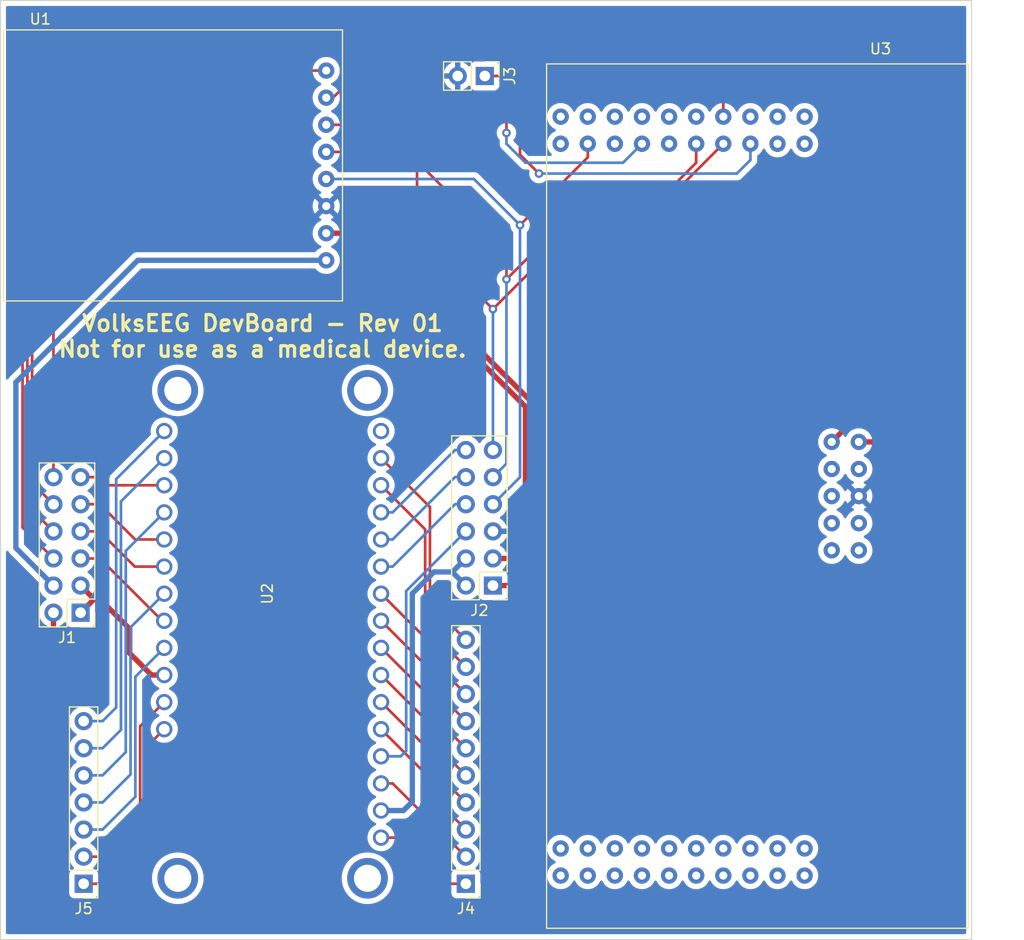
<source format=kicad_pcb>
(kicad_pcb (version 20211014) (generator pcbnew)
  (layers (0 "F.Cu" signal) (31 "B.Cu" signal) (34 "B.Paste" user) (35 "F.Paste" user) (36 "B.SilkS" user "B.Silkscreen") (37 "F.SilkS" user "F.Silkscreen") (38 "B.Mask" user) (39 "F.Mask" user) (44 "Edge.Cuts" user))
  (net 0 "")
  (net 1 "/5V_nrf")
  (net 2 "/~{ADS_DRDY_nrf}")
  (net 3 "/~{ADS_CS_nrf}")
  (net 4 "/~{CARD_CS_nrf}")
  (net 5 "/~{CARD_CD_nrf}")
  (net 6 "/3V3_nrf")
  (net 7 "/GND_nrf")
  (net 8 "/MOSI_nrf")
  (net 9 "/MISO_nrf")
  (net 10 "/SCK_nrf")
  (net 11 "/5V_sdc")
  (net 12 "/5V_ads")
  (net 13 "/~{DRDY_ads}")
  (net 14 "/~{CS_ads}")
  (net 15 "/~{CS_sdc}")
  (net 16 "/~{CD_sdc}")
  (net 17 "/3V3_sdc")
  (net 18 "/3V3_ads")
  (net 19 "/GND")
  (net 20 "/MOSI")
  (net 21 "/MISO")
  (net 22 "/SCK")
  (net 23 "Net-(J3-Pad1)")
  (net 24 "/RST_nrf")
  (net 25 "/AREF_nrf")
  (net 26 "/A0_nrf")
  (net 27 "/A1_nrf")
  (net 28 "/A2_nrf")
  (net 29 "/A3_nrf")
  (net 30 "/A4_nrf")
  (net 31 "/A5_nrf")
  (net 32 "/RX_nrf")
  (net 33 "/TX_nrf")
  (net 34 "/BAT_nrf")
  (net 35 "/EN_nrf")
  (net 36 "/GPIO13_nrf")
  (net 37 "/GPIO11_nrf")
  (net 39 "/GPIO6_nrf")
  (net 40 "/SCL_nrf")
  (net 41 "/SDA_nrf")
  (footprint "Connector_PinHeader_2.54mm:PinHeader_1x02_P2.54mm_Vertical" (layer "F.Cu") (at 182.885 68.072 -90)
    (fp_text reference "J3" (at 0 -2.33 90) (layer "F.SilkS"))
    (fp_text value "Conn_02x01")
    (fp_line (start -1.33 1.27) (end 1.33 1.27) (layer "F.SilkS") (width 0.12))
    (fp_line (start -1.33 -1.33) (end 0 -1.33) (layer "F.SilkS") (width 0.12))
    (fp_line (start 1.33 1.27) (end 1.33 3.87) (layer "F.SilkS") (width 0.12))
    (fp_line (start -1.33 0) (end -1.33 -1.33) (layer "F.SilkS") (width 0.12))
    (fp_line (start -1.33 3.87) (end 1.33 3.87) (layer "F.SilkS") (width 0.12))
    (fp_line (start -1.33 1.27) (end -1.33 3.87) (layer "F.SilkS") (width 0.12))
    (pad "1" thru_hole rect (at 0 0 270) (size 1.7 1.7) (drill 1) (layers *.Cu *.Mask) (net 23 "Net-(J3-Pad1)"))
    (pad "2" thru_hole oval (at 0 2.54 270) (size 1.7 1.7) (drill 1) (layers *.Cu *.Mask) (net 19 "/GND"))
  )
  (footprint "Connector_PinHeader_2.54mm:PinHeader_1x10_P2.54mm_Vertical" (layer "F.Cu") (at 181.107 143.769 180)
    (fp_text reference "J4" (at 0 -2.33) (layer "F.SilkS"))
    (fp_text value "Conn_01x10" hide)
    (fp_line (start -1.33 24.19) (end 1.33 24.19) (layer "F.SilkS") (width 0.12))
    (fp_line (start -1.33 1.27) (end -1.33 24.19) (layer "F.SilkS") (width 0.12))
    (fp_line (start -1.33 1.27) (end 1.33 1.27) (layer "F.SilkS") (width 0.12))
    (fp_line (start 1.33 1.27) (end 1.33 24.19) (layer "F.SilkS") (width 0.12))
    (fp_line (start -1.33 -1.33) (end 0 -1.33) (layer "F.SilkS") (width 0.12))
    (fp_line (start -1.33 0) (end -1.33 -1.33) (layer "F.SilkS") (width 0.12))
    (pad "1" thru_hole rect (at 0 0 180) (size 1.7 1.7) (drill 1) (layers *.Cu *.Mask) (net 24 "/RST_nrf"))
    (pad "2" thru_hole oval (at 0 2.54 180) (size 1.7 1.7) (drill 1) (layers *.Cu *.Mask) (net 25 "/AREF_nrf"))
    (pad "3" thru_hole oval (at 0 5.08 180) (size 1.7 1.7) (drill 1) (layers *.Cu *.Mask) (net 26 "/A0_nrf"))
    (pad "4" thru_hole oval (at 0 7.62 180) (size 1.7 1.7) (drill 1) (layers *.Cu *.Mask) (net 27 "/A1_nrf"))
    (pad "5" thru_hole oval (at 0 10.16 180) (size 1.7 1.7) (drill 1) (layers *.Cu *.Mask) (net 28 "/A2_nrf"))
    (pad "6" thru_hole oval (at 0 12.7 180) (size 1.7 1.7) (drill 1) (layers *.Cu *.Mask) (net 29 "/A3_nrf"))
    (pad "7" thru_hole oval (at 0 15.24 180) (size 1.7 1.7) (drill 1) (layers *.Cu *.Mask) (net 30 "/A4_nrf"))
    (pad "8" thru_hole oval (at 0 17.78 180) (size 1.7 1.7) (drill 1) (layers *.Cu *.Mask) (net 31 "/A5_nrf"))
    (pad "9" thru_hole oval (at 0 20.32 180) (size 1.7 1.7) (drill 1) (layers *.Cu *.Mask) (net 32 "/RX_nrf"))
    (pad "10" thru_hole oval (at 0 22.86 180) (size 1.7 1.7) (drill 1) (layers *.Cu *.Mask) (net 33 "/TX_nrf"))
  )
  (footprint "VolksEEG:nRF52840_Feather_Sense" (layer "F.Cu") (at 163 116.586 90)
    (fp_text reference "U2" (at 0 -0.5 90 unlocked) (layer "F.SilkS"))
    (fp_text value "nRF52840-Feather-Sense")
    (pad "1" thru_hole circle (at -22.86 10.16 90) (size 1.524 1.524) (drill 1.016) (layers *.Cu *.Mask) (net 24 "/RST_nrf"))
    (pad "2" thru_hole circle (at -20.32 10.16 90) (size 1.524 1.524) (drill 1.016) (layers *.Cu *.Mask) (net 6 "/3V3_nrf"))
    (pad "3" thru_hole circle (at -17.78 10.16 90) (size 1.524 1.524) (drill 1.016) (layers *.Cu *.Mask) (net 25 "/AREF_nrf"))
    (pad "4" thru_hole circle (at -15.24 10.16 90) (size 1.524 1.524) (drill 1.016) (layers *.Cu *.Mask) (net 7 "/GND_nrf"))
    (pad "5" thru_hole circle (at -12.7 10.16 90) (size 1.524 1.524) (drill 1.016) (layers *.Cu *.Mask) (net 26 "/A0_nrf"))
    (pad "6" thru_hole circle (at -10.16 10.16 90) (size 1.524 1.524) (drill 1.016) (layers *.Cu *.Mask) (net 27 "/A1_nrf"))
    (pad "7" thru_hole circle (at -7.62 10.16 90) (size 1.524 1.524) (drill 1.016) (layers *.Cu *.Mask) (net 28 "/A2_nrf"))
    (pad "8" thru_hole circle (at -5.08 10.16 90) (size 1.524 1.524) (drill 1.016) (layers *.Cu *.Mask) (net 29 "/A3_nrf"))
    (pad "9" thru_hole circle (at -2.54 10.16 90) (size 1.524 1.524) (drill 1.016) (layers *.Cu *.Mask) (net 30 "/A4_nrf"))
    (pad "10" thru_hole circle (at 0 10.16 90) (size 1.524 1.524) (drill 1.016) (layers *.Cu *.Mask) (net 31 "/A5_nrf"))
    (pad "11" thru_hole circle (at 2.54 10.16 90) (size 1.524 1.524) (drill 1.016) (layers *.Cu *.Mask) (net 10 "/SCK_nrf"))
    (pad "12" thru_hole circle (at 5.08 10.16 90) (size 1.524 1.524) (drill 1.016) (layers *.Cu *.Mask) (net 8 "/MOSI_nrf"))
    (pad "13" thru_hole circle (at 7.62 10.16 90) (size 1.524 1.524) (drill 1.016) (layers *.Cu *.Mask) (net 9 "/MISO_nrf"))
    (pad "14" thru_hole circle (at 10.16 10.16 90) (size 1.524 1.524) (drill 1.016) (layers *.Cu *.Mask) (net 32 "/RX_nrf"))
    (pad "15" thru_hole circle (at 12.7 10.16 90) (size 1.524 1.524) (drill 1.016) (layers *.Cu *.Mask) (net 33 "/TX_nrf"))
    (pad "16" thru_hole circle (at 15.24 10.16 90) (size 1.524 1.524) (drill 1.016) (layers *.Cu *.Mask))
    (pad "17" thru_hole circle (at 15.24 -10.16 90) (size 1.524 1.524) (drill 1.016) (layers *.Cu *.Mask) (net 41 "/SDA_nrf"))
    (pad "18" thru_hole circle (at 12.7 -10.16 90) (size 1.524 1.524) (drill 1.016) (layers *.Cu *.Mask) (net 40 "/SCL_nrf"))
    (pad "19" thru_hole circle (at 10.16 -10.16 90) (size 1.524 1.524) (drill 1.016) (layers *.Cu *.Mask) (net 5 "/~{CARD_CD_nrf}"))
    (pad "20" thru_hole circle (at 7.62 -10.16 90) (size 1.524 1.524) (drill 1.016) (layers *.Cu *.Mask) (net 39 "/GPIO6_nrf"))
    (pad "21" thru_hole circle (at 5.08 -10.16 90) (size 1.524 1.524) (drill 1.016) (layers *.Cu *.Mask) (net 4 "/~{CARD_CS_nrf}"))
    (pad "22" thru_hole circle (at 2.54 -10.16 90) (size 1.524 1.524) (drill 1.016) (layers *.Cu *.Mask) (net 3 "/~{ADS_CS_nrf}"))
    (pad "23" thru_hole circle (at 0 -10.16 90) (size 1.524 1.524) (drill 1.016) (layers *.Cu *.Mask) (net 37 "/GPIO11_nrf"))
    (pad "24" thru_hole circle (at -2.54 -10.16 90) (size 1.524 1.524) (drill 1.016) (layers *.Cu *.Mask) (net 2 "/~{ADS_DRDY_nrf}"))
    (pad "25" thru_hole circle (at -5.08 -10.16 90) (size 1.524 1.524) (drill 1.016) (layers *.Cu *.Mask) (net 36 "/GPIO13_nrf"))
    (pad "26" thru_hole circle (at -7.62 -10.16 90) (size 1.524 1.524) (drill 1.016) (layers *.Cu *.Mask) (net 1 "/5V_nrf"))
    (pad "27" thru_hole circle (at -10.16 -10.16 90) (size 1.524 1.524) (drill 1.016) (layers *.Cu *.Mask) (net 35 "/EN_nrf"))
    (pad "28" thru_hole circle (at -12.7 -10.16 90) (size 1.524 1.524) (drill 1.016) (layers *.Cu *.Mask) (net 34 "/BAT_nrf"))
    (pad "M1" thru_hole circle (at -26.67 8.89 90) (size 3.81 3.81) (drill 2.54) (layers *.Cu *.Mask))
    (pad "M2" thru_hole circle (at 19.05 8.89 90) (size 3.81 3.81) (drill 2.54) (layers *.Cu *.Mask))
    (pad "M3" thru_hole circle (at 19.05 -8.89 90) (size 3.81 3.81) (drill 2.54) (layers *.Cu *.Mask))
    (pad "M4" thru_hole circle (at -26.67 -8.89 90) (size 3.81 3.81) (drill 2.54) (layers *.Cu *.Mask))
  )
  (footprint "Connector_PinHeader_2.54mm:PinHeader_2x06_P2.54mm_Vertical" (layer "F.Cu") (at 145 118.364 180)
    (fp_text reference "J1" (at 1.27 -2.33) (layer "F.SilkS"))
    (fp_text value "Conn_02x06_Odd_Even" hide)
    (fp_line (start -1.33 1.27) (end 1.27 1.27) (layer "F.SilkS") (width 0.12))
    (fp_line (start 1.27 1.27) (end 1.27 -1.33) (layer "F.SilkS") (width 0.12))
    (fp_line (start -1.33 0) (end -1.33 -1.33) (layer "F.SilkS") (width 0.12))
    (fp_line (start -1.33 1.27) (end -1.33 14.03) (layer "F.SilkS") (width 0.12))
    (fp_line (start 3.87 -1.33) (end 3.87 14.03) (layer "F.SilkS") (width 0.12))
    (fp_line (start -1.33 -1.33) (end 0 -1.33) (layer "F.SilkS") (width 0.12))
    (fp_line (start 1.27 -1.33) (end 3.87 -1.33) (layer "F.SilkS") (width 0.12))
    (fp_line (start -1.33 14.03) (end 3.87 14.03) (layer "F.SilkS") (width 0.12))
    (pad "1" thru_hole rect (at 0 0 180) (size 1.7 1.7) (drill 1) (layers *.Cu *.Mask) (net 1 "/5V_nrf"))
    (pad "2" thru_hole oval (at 2.54 0 180) (size 1.7 1.7) (drill 1) (layers *.Cu *.Mask) (net 12 "/5V_ads"))
    (pad "3" thru_hole oval (at 0 2.54 180) (size 1.7 1.7) (drill 1) (layers *.Cu *.Mask) (net 1 "/5V_nrf"))
    (pad "4" thru_hole oval (at 2.54 2.54 180) (size 1.7 1.7) (drill 1) (layers *.Cu *.Mask) (net 11 "/5V_sdc"))
    (pad "5" thru_hole oval (at 0 5.08 180) (size 1.7 1.7) (drill 1) (layers *.Cu *.Mask) (net 2 "/~{ADS_DRDY_nrf}"))
    (pad "6" thru_hole oval (at 2.54 5.08 180) (size 1.7 1.7) (drill 1) (layers *.Cu *.Mask) (net 13 "/~{DRDY_ads}"))
    (pad "7" thru_hole oval (at 0 7.62 180) (size 1.7 1.7) (drill 1) (layers *.Cu *.Mask) (net 3 "/~{ADS_CS_nrf}"))
    (pad "8" thru_hole oval (at 2.54 7.62 180) (size 1.7 1.7) (drill 1) (layers *.Cu *.Mask) (net 14 "/~{CS_ads}"))
    (pad "9" thru_hole oval (at 0 10.16 180) (size 1.7 1.7) (drill 1) (layers *.Cu *.Mask) (net 4 "/~{CARD_CS_nrf}"))
    (pad "10" thru_hole oval (at 2.54 10.16 180) (size 1.7 1.7) (drill 1) (layers *.Cu *.Mask) (net 15 "/~{CS_sdc}"))
    (pad "11" thru_hole oval (at 0 12.7 180) (size 1.7 1.7) (drill 1) (layers *.Cu *.Mask) (net 5 "/~{CARD_CD_nrf}"))
    (pad "12" thru_hole oval (at 2.54 12.7 180) (size 1.7 1.7) (drill 1) (layers *.Cu *.Mask) (net 16 "/~{CD_sdc}"))
  )
  (footprint "Connector_PinHeader_2.54mm:PinHeader_1x07_P2.54mm_Vertical" (layer "F.Cu") (at 145.288 143.769 180)
    (fp_text reference "J5" (at 0 -2.33) (layer "F.SilkS"))
    (fp_text value "Conn_01x07" hide)
    (fp_line (start -1.33 1.27) (end -1.33 16.57) (layer "F.SilkS") (width 0.12))
    (fp_line (start -1.33 0) (end -1.33 -1.33) (layer "F.SilkS") (width 0.12))
    (fp_line (start -1.33 -1.33) (end 0 -1.33) (layer "F.SilkS") (width 0.12))
    (fp_line (start -1.33 1.27) (end 1.33 1.27) (layer "F.SilkS") (width 0.12))
    (fp_line (start -1.33 16.57) (end 1.33 16.57) (layer "F.SilkS") (width 0.12))
    (fp_line (start 1.33 1.27) (end 1.33 16.57) (layer "F.SilkS") (width 0.12))
    (pad "1" thru_hole rect (at 0 0 180) (size 1.7 1.7) (drill 1) (layers *.Cu *.Mask) (net 34 "/BAT_nrf"))
    (pad "2" thru_hole oval (at 0 2.54 180) (size 1.7 1.7) (drill 1) (layers *.Cu *.Mask) (net 35 "/EN_nrf"))
    (pad "3" thru_hole oval (at 0 5.08 180) (size 1.7 1.7) (drill 1) (layers *.Cu *.Mask) (net 36 "/GPIO13_nrf"))
    (pad "4" thru_hole oval (at 0 7.62 180) (size 1.7 1.7) (drill 1) (layers *.Cu *.Mask) (net 37 "/GPIO11_nrf"))
    (pad "5" thru_hole oval (at 0 10.16 180) (size 1.7 1.7) (drill 1) (layers *.Cu *.Mask) (net 39 "/GPIO6_nrf"))
    (pad "6" thru_hole oval (at 0 12.7 180) (size 1.7 1.7) (drill 1) (layers *.Cu *.Mask) (net 40 "/SCL_nrf"))
    (pad "7" thru_hole oval (at 0 15.24 180) (size 1.7 1.7) (drill 1) (layers *.Cu *.Mask) (net 41 "/SDA_nrf"))
  )
  (footprint "VolksEEG:ADS1299EEGFE-PDK" (layer "F.Cu") (at 233.172 107.442 -90)
    (fp_text reference "U3" (at -41.91 13.208 unlocked) (layer "F.SilkS"))
    (fp_text value "ADS1299EEGFE-PDK")
    (fp_line (start 40.5 44.5) (end 40.5 5) (layer "F.SilkS") (width 0.12))
    (fp_line (start 40.5 44.5) (end -40.5 44.5) (layer "F.SilkS") (width 0.12))
    (fp_line (start -40.5 5) (end 40.5 5) (layer "F.SilkS") (width 0.12))
    (fp_line (start -40.5 44.5) (end -40.5 5) (layer "F.SilkS") (width 0.12))
    (pad "2" thru_hole circle (at -5.08 15.24 270) (size 1.524 1.524) (drill 0.762) (layers *.Cu *.Mask) (net 18 "/3V3_ads"))
    (pad "3" thru_hole circle (at -2.54 15.24 270) (size 1.524 1.524) (drill 0.762) (layers *.Cu *.Mask))
    (pad "4" thru_hole circle (at 0 15.24 270) (size 1.524 1.524) (drill 0.762) (layers *.Cu *.Mask) (net 19 "/GND"))
    (pad "5" thru_hole circle (at 2.54 15.24 270) (size 1.524 1.524) (drill 0.762) (layers *.Cu *.Mask))
    (pad "6" thru_hole circle (at 5.08 15.24 270) (size 1.524 1.524) (drill 0.762) (layers *.Cu *.Mask))
    (pad "7" thru_hole circle (at 5.08 17.78 270) (size 1.524 1.524) (drill 0.762) (layers *.Cu *.Mask))
    (pad "8" thru_hole circle (at 2.54 17.78 270) (size 1.524 1.524) (drill 0.762) (layers *.Cu *.Mask))
    (pad "9" thru_hole circle (at 0 17.78 270) (size 1.524 1.524) (drill 0.762) (layers *.Cu *.Mask))
    (pad "10" thru_hole circle (at -2.54 17.78 270) (size 1.524 1.524) (drill 0.762) (layers *.Cu *.Mask))
    (pad "11" thru_hole circle (at -5.08 17.78 270) (size 1.524 1.524) (drill 0.762) (layers *.Cu *.Mask) (net 12 "/5V_ads"))
    (pad "12" thru_hole circle (at -35.56 43.18 270) (size 1.524 1.524) (drill 0.762) (layers *.Cu *.Mask))
    (pad "13" thru_hole circle (at -35.56 40.64 270) (size 1.524 1.524) (drill 0.762) (layers *.Cu *.Mask))
    (pad "14" thru_hole circle (at -35.56 38.1 270) (size 1.524 1.524) (drill 0.762) (layers *.Cu *.Mask))
    (pad "15" thru_hole circle (at -35.56 35.56 270) (size 1.524 1.524) (drill 0.762) (layers *.Cu *.Mask))
    (pad "16" thru_hole circle (at -35.56 33.02 270) (size 1.524 1.524) (drill 0.762) (layers *.Cu *.Mask))
    (pad "17" thru_hole circle (at -35.56 30.48 270) (size 1.524 1.524) (drill 0.762) (layers *.Cu *.Mask))
    (pad "18" thru_hole circle (at -35.56 27.94 270) (size 1.524 1.524) (drill 0.762) (layers *.Cu *.Mask) (net 23 "Net-(J3-Pad1)"))
    (pad "19" thru_hole circle (at -35.56 25.4 270) (size 1.524 1.524) (drill 0.762) (layers *.Cu *.Mask))
    (pad "20" thru_hole circle (at -35.56 22.86 270) (size 1.524 1.524) (drill 0.762) (layers *.Cu *.Mask))
    (pad "21" thru_hole circle (at -35.56 20.32 270) (size 1.524 1.524) (drill 0.762) (layers *.Cu *.Mask))
    (pad "22" thru_hole circle (at -33.02 20.32 270) (size 1.524 1.524) (drill 0.762) (layers *.Cu *.Mask))
    (pad "23" thru_hole circle (at -33.02 22.86 270) (size 1.524 1.524) (drill 0.762) (layers *.Cu *.Mask))
    (pad "24" thru_hole circle (at -33.02 25.4 270) (size 1.524 1.524) (drill 0.762) (layers *.Cu *.Mask) (net 13 "/~{DRDY_ads}"))
    (pad "25" thru_hole circle (at -33.02 27.94 270) (size 1.524 1.524) (drill 0.762) (layers *.Cu *.Mask) (net 21 "/MISO"))
    (pad "26" thru_hole circle (at -33.02 30.48 270) (size 1.524 1.524) (drill 0.762) (layers *.Cu *.Mask) (net 20 "/MOSI"))
    (pad "27" thru_hole circle (at -33.02 33.02 270) (size 1.524 1.524) (drill 0.762) (layers *.Cu *.Mask))
    (pad "28" thru_hole circle (at -33.02 35.56 270) (size 1.524 1.524) (drill 0.762) (layers *.Cu *.Mask) (net 14 "/~{CS_ads}"))
    (pad "29" thru_hole circle (at -33.02 38.1 270) (size 1.524 1.524) (drill 0.762) (layers *.Cu *.Mask))
    (pad "30" thru_hole circle (at -33.02 40.64 270) (size 1.524 1.524) (drill 0.762) (layers *.Cu *.Mask) (net 22 "/SCK"))
    (pad "31" thru_hole circle (at -33.02 43.18 270) (size 1.524 1.524) (drill 0.762) (layers *.Cu *.Mask))
    (pad "32" thru_hole circle (at 33.02 43.18 270) (size 1.524 1.524) (drill 0.762) (layers *.Cu *.Mask))
    (pad "33" thru_hole circle (at 33.02 40.64 270) (size 1.524 1.524) (drill 0.762) (layers *.Cu *.Mask))
    (pad "34" thru_hole circle (at 33.02 38.1 270) (size 1.524 1.524) (drill 0.762) (layers *.Cu *.Mask))
    (pad "35" thru_hole circle (at 33.02 35.56 270) (size 1.524 1.524) (drill 0.762) (layers *.Cu *.Mask))
    (pad "36" thru_hole circle (at 33.02 33.02 270) (size 1.524 1.524) (drill 0.762) (layers *.Cu *.Mask))
    (pad "37" thru_hole circle (at 33.02 30.48 270) (size 1.524 1.524) (drill 0.762) (layers *.Cu *.Mask))
    (pad "38" thru_hole circle (at 33.02 27.94 270) (size 1.524 1.524) (drill 0.762) (layers *.Cu *.Mask))
    (pad "39" thru_hole circle (at 33.02 25.4 270) (size 1.524 1.524) (drill 0.762) (layers *.Cu *.Mask))
    (pad "40" thru_hole circle (at 33.02 22.86 270) (size 1.524 1.524) (drill 0.762) (layers *.Cu *.Mask))
    (pad "41" thru_hole circle (at 33.02 20.32 270) (size 1.524 1.524) (drill 0.762) (layers *.Cu *.Mask))
    (pad "42" thru_hole circle (at 35.56 20.32 270) (size 1.524 1.524) (drill 0.762) (layers *.Cu *.Mask))
    (pad "43" thru_hole circle (at 35.56 22.86 270) (size 1.524 1.524) (drill 0.762) (layers *.Cu *.Mask))
    (pad "44" thru_hole circle (at 35.56 25.4 270) (size 1.524 1.524) (drill 0.762) (layers *.Cu *.Mask))
    (pad "45" thru_hole circle (at 35.56 27.94 270) (size 1.524 1.524) (drill 0.762) (layers *.Cu *.Mask))
    (pad "46" thru_hole circle (at 35.56 30.48 270) (size 1.524 1.524) (drill 0.762) (layers *.Cu *.Mask))
    (pad "47" thru_hole circle (at 35.56 33.02 270) (size 1.524 1.524) (drill 0.762) (layers *.Cu *.Mask))
    (pad "48" thru_hole circle (at 35.56 35.56 270) (size 1.524 1.524) (drill 0.762) (layers *.Cu *.Mask))
    (pad "51" thru_hole circle (at 35.56 38.1 270) (size 1.524 1.524) (drill 0.762) (layers *.Cu *.Mask))
    (pad "52" thru_hole circle (at 35.56 40.64 270) (size 1.524 1.524) (drill 0.762) (layers *.Cu *.Mask))
    (pad "53" thru_hole circle (at 35.56 43.18 270) (size 1.524 1.524) (drill 0.762) (layers *.Cu *.Mask))
  )
  (footprint "VolksEEG:Adafruit_SD_Breakout" (layer "F.Cu") (at 153.67 76.454)
    (fp_text reference "U1" (at -12.446 -13.716 unlocked) (layer "F.SilkS"))
    (fp_text value "Adafruit_SD_Breakout")
    (fp_line (start 15.875 12.7) (end 15.875 -12.7) (layer "F.SilkS") (width 0.12))
    (fp_line (start -15.875 12.7) (end 15.875 12.7) (layer "F.SilkS") (width 0.12))
    (fp_line (start -15.875 -12.7) (end -15.875 12.7) (layer "F.SilkS") (width 0.12))
    (fp_line (start 15.875 -12.7) (end -15.875 -12.7) (layer "F.SilkS") (width 0.12))
    (pad "1" thru_hole circle (at 14.351 8.89) (size 1.524 1.524) (drill 0.762) (layers *.Cu *.Mask) (net 11 "/5V_sdc"))
    (pad "2" thru_hole circle (at 14.351 6.35) (size 1.524 1.524) (drill 0.762) (layers *.Cu *.Mask) (net 17 "/3V3_sdc"))
    (pad "3" thru_hole circle (at 14.351 3.81) (size 1.524 1.524) (drill 0.762) (layers *.Cu *.Mask) (net 19 "/GND"))
    (pad "4" thru_hole circle (at 14.351 1.27) (size 1.524 1.524) (drill 0.762) (layers *.Cu *.Mask) (net 22 "/SCK"))
    (pad "5" thru_hole circle (at 14.351 -1.27) (size 1.524 1.524) (drill 0.762) (layers *.Cu *.Mask) (net 21 "/MISO"))
    (pad "6" thru_hole circle (at 14.351 -3.81) (size 1.524 1.524) (drill 0.762) (layers *.Cu *.Mask) (net 20 "/MOSI"))
    (pad "7" thru_hole circle (at 14.351 -6.35) (size 1.524 1.524) (drill 0.762) (layers *.Cu *.Mask) (net 15 "/~{CS_sdc}"))
    (pad "8" thru_hole circle (at 14.351 -8.89) (size 1.524 1.524) (drill 0.762) (layers *.Cu *.Mask) (net 16 "/~{CD_sdc}"))
  )
  (footprint "Connector_PinHeader_2.54mm:PinHeader_2x06_P2.54mm_Vertical" (layer "F.Cu") (at 183.647 115.824 180)
    (fp_text reference "J2" (at 1.27 -2.33) (layer "F.SilkS"))
    (fp_text value "Conn_02x06_Odd_Even" hide)
    (fp_line (start -1.33 14.03) (end 3.87 14.03) (layer "F.SilkS") (width 0.12))
    (fp_line (start -1.33 -1.33) (end 0 -1.33) (layer "F.SilkS") (width 0.12))
    (fp_line (start 1.27 -1.33) (end 3.87 -1.33) (layer "F.SilkS") (width 0.12))
    (fp_line (start -1.33 1.27) (end -1.33 14.03) (layer "F.SilkS") (width 0.12))
    (fp_line (start 3.87 -1.33) (end 3.87 14.03) (layer "F.SilkS") (width 0.12))
    (fp_line (start -1.33 1.27) (end 1.27 1.27) (layer "F.SilkS") (width 0.12))
    (fp_line (start -1.33 0) (end -1.33 -1.33) (layer "F.SilkS") (width 0.12))
    (fp_line (start 1.27 1.27) (end 1.27 -1.33) (layer "F.SilkS") (width 0.12))
    (pad "1" thru_hole rect (at 0 0 180) (size 1.7 1.7) (drill 1) (layers *.Cu *.Mask) (net 18 "/3V3_ads"))
    (pad "2" thru_hole oval (at 2.54 0 180) (size 1.7 1.7) (drill 1) (layers *.Cu *.Mask) (net 6 "/3V3_nrf"))
    (pad "3" thru_hole oval (at 0 2.54 180) (size 1.7 1.7) (drill 1) (layers *.Cu *.Mask) (net 17 "/3V3_sdc"))
    (pad "4" thru_hole oval (at 2.54 2.54 180) (size 1.7 1.7) (drill 1) (layers *.Cu *.Mask) (net 6 "/3V3_nrf"))
    (pad "5" thru_hole oval (at 0 5.08 180) (size 1.7 1.7) (drill 1) (layers *.Cu *.Mask) (net 19 "/GND"))
    (pad "6" thru_hole oval (at 2.54 5.08 180) (size 1.7 1.7) (drill 1) (layers *.Cu *.Mask) (net 7 "/GND_nrf"))
    (pad "7" thru_hole oval (at 0 7.62 180) (size 1.7 1.7) (drill 1) (layers *.Cu *.Mask) (net 22 "/SCK"))
    (pad "8" thru_hole oval (at 2.54 7.62 180) (size 1.7 1.7) (drill 1) (layers *.Cu *.Mask) (net 10 "/SCK_nrf"))
    (pad "9" thru_hole oval (at 0 10.16 180) (size 1.7 1.7) (drill 1) (layers *.Cu *.Mask) (net 20 "/MOSI"))
    (pad "10" thru_hole oval (at 2.54 10.16 180) (size 1.7 1.7) (drill 1) (layers *.Cu *.Mask) (net 8 "/MOSI_nrf"))
    (pad "11" thru_hole oval (at 0 12.7 180) (size 1.7 1.7) (drill 1) (layers *.Cu *.Mask) (net 21 "/MISO"))
    (pad "12" thru_hole oval (at 2.54 12.7 180) (size 1.7 1.7) (drill 1) (layers *.Cu *.Mask) (net 9 "/MISO_nrf"))
  )
  (gr_rect (start 137.5 61) (end 228.5 149) (layer "Edge.Cuts") (width 0.1) (fill none))
  (gr_text "VolksEEG DevBoard - Rev 01\nNot for use as a medical device." (at 162.052 92.456) (layer "F.SilkS") (effects (font (size 1.5 1.5) (thickness 0.3))))
  (segment (start 145 118.364) (end 146.27 117.094) (width 0.5) (layer "F.Cu") (net 1))
  (segment (start 146.27 117.094) (end 145 115.824) (width 0.5) (layer "F.Cu") (net 1))
  (segment (start 149.606 119.888) (end 146.846 117.128) (width 0.5) (layer "F.Cu") (net 1))
  (segment (start 152.84 124.206) (end 151.638 124.206) (width 0.5) (layer "F.Cu") (net 1))
  (segment (start 146.27 117.094) (end 146.812 117.094) (width 0.5) (layer "F.Cu") (net 1))
  (segment (start 149.606 122.174) (end 149.606 119.888) (width 0.5) (layer "F.Cu") (net 1))
  (segment (start 151.638 124.206) (end 149.606 122.174) (width 0.5) (layer "F.Cu") (net 1))
  (segment (start 146.812 113.284) (end 152.654 119.126) (width 0.25) (layer "F.Cu") (net 2))
  (segment (start 145 113.284) (end 146.812 113.284) (width 0.25) (layer "F.Cu") (net 2))
  (segment (start 152.654 119.126) (end 152.84 119.126) (width 0.25) (layer "F.Cu") (net 2))
  (segment (start 150.08 114.046) (end 152.84 114.046) (width 0.25) (layer "F.Cu") (net 3))
  (segment (start 145 110.744) (end 146.778 110.744) (width 0.25) (layer "F.Cu") (net 3))
  (segment (start 146.778 110.744) (end 150.08 114.046) (width 0.25) (layer "F.Cu") (net 3))
  (segment (start 146.812 108.204) (end 150.114 111.506) (width 0.25) (layer "F.Cu") (net 4))
  (segment (start 145 108.204) (end 146.812 108.204) (width 0.25) (layer "F.Cu") (net 4))
  (segment (start 150.114 111.506) (end 152.84 111.506) (width 0.25) (layer "F.Cu") (net 4))
  (segment (start 146.812 105.664) (end 147.574 106.426) (width 0.25) (layer "F.Cu") (net 5))
  (segment (start 145 105.664) (end 146.812 105.664) (width 0.25) (layer "F.Cu") (net 5))
  (segment (start 147.574 106.426) (end 152.84 106.426) (width 0.25) (layer "F.Cu") (net 5))
  (segment (start 176.08852 136.07748) (end 176.08852 116.574974) (width 0.5) (layer "B.Cu") (net 6))
  (segment (start 181.107 113.284) (end 179.842 114.549) (width 0.5) (layer "B.Cu") (net 6))
  (segment (start 176.08852 116.574974) (end 178.114494 114.549) (width 0.5) (layer "B.Cu") (net 6))
  (segment (start 173.16 136.906) (end 175.26 136.906) (width 0.5) (layer "B.Cu") (net 6))
  (segment (start 181.107 115.824) (end 179.832 114.549) (width 0.5) (layer "B.Cu") (net 6))
  (segment (start 179.832 114.549) (end 179.827 114.549) (width 0.25) (layer "B.Cu") (net 6))
  (segment (start 175.26 136.906) (end 176.08852 136.07748) (width 0.5) (layer "B.Cu") (net 6))
  (segment (start 178.114494 114.549) (end 179.827 114.549) (width 0.5) (layer "B.Cu") (net 6))
  (segment (start 179.842 114.549) (end 179.827 114.549) (width 0.25) (layer "B.Cu") (net 6))
  (segment (start 175.006 131.826) (end 175.514 131.318) (width 0.25) (layer "B.Cu") (net 7))
  (segment (start 175.514 131.318) (end 175.514 116.337) (width 0.25) (layer "B.Cu") (net 7))
  (segment (start 175.514 116.337) (end 181.107 110.744) (width 0.25) (layer "B.Cu") (net 7))
  (segment (start 173.16 131.826) (end 175.006 131.826) (width 0.25) (layer "B.Cu") (net 7))
  (segment (start 180.086 105.664) (end 181.107 105.664) (width 0.25) (layer "B.Cu") (net 8))
  (segment (start 173.16 111.506) (end 174.244 111.506) (width 0.25) (layer "B.Cu") (net 8))
  (segment (start 174.244 111.506) (end 180.086 105.664) (width 0.25) (layer "B.Cu") (net 8))
  (segment (start 180.086 103.124) (end 181.107 103.124) (width 0.25) (layer "B.Cu") (net 9))
  (segment (start 173.16 108.966) (end 174.244 108.966) (width 0.25) (layer "B.Cu") (net 9))
  (segment (start 174.244 108.966) (end 180.086 103.124) (width 0.25) (layer "B.Cu") (net 9))
  (segment (start 180.0885 108.204) (end 181.107 108.204) (width 0.25) (layer "B.Cu") (net 10))
  (segment (start 173.16 114.046) (end 174.2465 114.046) (width 0.25) (layer "B.Cu") (net 10))
  (segment (start 174.2465 114.046) (end 180.0885 108.204) (width 0.25) (layer "B.Cu") (net 10))
  (segment (start 138.938 96.774) (end 150.368 85.344) (width 0.5) (layer "B.Cu") (net 11))
  (segment (start 142.46 115.824) (end 138.938 112.302) (width 0.5) (layer "B.Cu") (net 11))
  (segment (start 150.368 85.344) (end 168.021 85.344) (width 0.5) (layer "B.Cu") (net 11))
  (segment (start 138.938 112.302) (end 138.938 96.774) (width 0.5) (layer "B.Cu") (net 11))
  (segment (start 221.488 139.446) (end 221.488 103.124) (width 0.5) (layer "F.Cu") (net 12))
  (segment (start 213.106 147.828) (end 221.488 139.446) (width 0.5) (layer "F.Cu") (net 12))
  (segment (start 218.948 100.584) (end 217.17 100.584) (width 0.5) (layer "F.Cu") (net 12))
  (segment (start 144.78 147.828) (end 213.106 147.828) (width 0.5) (layer "F.Cu") (net 12))
  (segment (start 142.46 118.364) (end 142.46 145.508) (width 0.5) (layer "F.Cu") (net 12))
  (segment (start 221.488 103.124) (end 218.948 100.584) (width 0.5) (layer "F.Cu") (net 12))
  (segment (start 217.17 100.584) (end 215.392 102.362) (width 0.5) (layer "F.Cu") (net 12))
  (segment (start 142.46 145.508) (end 144.78 147.828) (width 0.5) (layer "F.Cu") (net 12))
  (segment (start 139.56296 110.38696) (end 139.56296 85.605887) (width 0.25) (layer "F.Cu") (net 13))
  (segment (start 186.182 72.898) (end 186.182 75.438) (width 0.25) (layer "F.Cu") (net 13))
  (segment (start 172.58296 65.14096) (end 178.816 71.374) (width 0.25) (layer "F.Cu") (net 13))
  (segment (start 142.46 113.284) (end 139.56296 110.38696) (width 0.25) (layer "F.Cu") (net 13))
  (segment (start 139.56296 85.605887) (end 160.027889 65.14096) (width 0.25) (layer "F.Cu") (net 13))
  (segment (start 160.027889 65.14096) (end 172.58296 65.14096) (width 0.25) (layer "F.Cu") (net 13))
  (segment (start 178.816 71.374) (end 184.658 71.374) (width 0.25) (layer "F.Cu") (net 13))
  (segment (start 186.182 75.438) (end 187.96 77.216) (width 0.25) (layer "F.Cu") (net 13))
  (segment (start 184.658 71.374) (end 186.182 72.898) (width 0.25) (layer "F.Cu") (net 13))
  (via (at 187.96 77.216) (size 0.8) (drill 0.4) (layers "F.Cu" "B.Cu") (net 13))
  (segment (start 187.96 77.216) (end 206.502 77.216) (width 0.25) (layer "B.Cu") (net 13))
  (segment (start 207.772 75.946) (end 207.772 74.422) (width 0.25) (layer "B.Cu") (net 13))
  (segment (start 206.502 77.216) (end 207.772 75.946) (width 0.25) (layer "B.Cu") (net 13))
  (segment (start 184.912 72.39) (end 184.912 73.406) (width 0.25) (layer "F.Cu") (net 14))
  (segment (start 178.562 71.882) (end 184.404 71.882) (width 0.25) (layer "F.Cu") (net 14))
  (segment (start 140.01248 85.792085) (end 160.214086 65.59048) (width 0.25) (layer "F.Cu") (net 14))
  (segment (start 140.01248 108.29648) (end 140.01248 85.792085) (width 0.25) (layer "F.Cu") (net 14))
  (segment (start 160.214086 65.59048) (end 172.27048 65.59048) (width 0.25) (layer "F.Cu") (net 14))
  (segment (start 142.46 110.744) (end 140.01248 108.29648) (width 0.25) (layer "F.Cu") (net 14))
  (segment (start 172.27048 65.59048) (end 178.562 71.882) (width 0.25) (layer "F.Cu") (net 14))
  (segment (start 184.404 71.882) (end 184.912 72.39) (width 0.25) (layer "F.Cu") (net 14))
  (via (at 184.912 73.406) (size 0.8) (drill 0.4) (layers "F.Cu" "B.Cu") (net 14))
  (segment (start 184.912 74.422) (end 186.69 76.2) (width 0.25) (layer "B.Cu") (net 14))
  (segment (start 195.834 76.2) (end 197.612 74.422) (width 0.25) (layer "B.Cu") (net 14))
  (segment (start 186.69 76.2) (end 195.834 76.2) (width 0.25) (layer "B.Cu") (net 14))
  (segment (start 184.912 73.406) (end 184.912 74.422) (width 0.25) (layer "B.Cu") (net 14))
  (segment (start 140.462 106.206) (end 140.462 85.978283) (width 0.25) (layer "F.Cu") (net 15))
  (segment (start 160.400283 66.04) (end 168.656 66.04) (width 0.25) (layer "F.Cu") (net 15))
  (segment (start 169.418 69.342) (end 168.656 70.104) (width 0.25) (layer "F.Cu") (net 15))
  (segment (start 169.418 66.802) (end 169.418 69.342) (width 0.25) (layer "F.Cu") (net 15))
  (segment (start 140.462 85.978283) (end 160.400283 66.04) (width 0.25) (layer "F.Cu") (net 15))
  (segment (start 168.656 66.04) (end 169.418 66.802) (width 0.25) (layer "F.Cu") (net 15))
  (segment (start 168.656 70.104) (end 168.021 70.104) (width 0.25) (layer "F.Cu") (net 15))
  (segment (start 142.46 108.204) (end 140.462 106.206) (width 0.25) (layer "F.Cu") (net 15))
  (segment (start 142.46 105.664) (end 142.46 84.616) (width 0.25) (layer "F.Cu") (net 16))
  (segment (start 159.512 67.564) (end 168.021 67.564) (width 0.25) (layer "F.Cu") (net 16))
  (segment (start 142.46 84.616) (end 159.512 67.564) (width 0.25) (layer "F.Cu") (net 16))
  (segment (start 187.452 111.252) (end 187.452 98.806) (width 0.5) (layer "F.Cu") (net 17))
  (segment (start 185.42 113.284) (end 187.452 111.252) (width 0.5) (layer "F.Cu") (net 17))
  (segment (start 171.45 82.804) (end 168.021 82.804) (width 0.5) (layer "F.Cu") (net 17))
  (segment (start 183.647 113.284) (end 185.42 113.284) (width 0.5) (layer "F.Cu") (net 17))
  (segment (start 187.452 98.806) (end 171.45 82.804) (width 0.5) (layer "F.Cu") (net 17))
  (segment (start 183.647 115.824) (end 219.202 115.824) (width 0.5) (layer "F.Cu") (net 18))
  (segment (start 219.202 102.362) (end 217.932 102.362) (width 0.5) (layer "F.Cu") (net 18))
  (segment (start 220.472 114.554) (end 220.472 103.632) (width 0.5) (layer "F.Cu") (net 18))
  (segment (start 220.472 103.632) (end 219.202 102.362) (width 0.5) (layer "F.Cu") (net 18))
  (segment (start 219.202 115.824) (end 220.472 114.554) (width 0.5) (layer "F.Cu") (net 18))
  (segment (start 185.42 110.744) (end 186.69 109.474) (width 0.5) (layer "F.Cu") (net 19))
  (segment (start 186.69 99.06) (end 180.34 92.71) (width 0.5) (layer "F.Cu") (net 19))
  (segment (start 183.647 110.744) (end 185.42 110.744) (width 0.5) (layer "F.Cu") (net 19))
  (segment (start 180.34 92.71) (end 162.814 92.71) (width 0.5) (layer "F.Cu") (net 19))
  (segment (start 186.69 109.474) (end 186.69 99.06) (width 0.5) (layer "F.Cu") (net 19))
  (via (at 162.814 92.71) (size 0.8) (drill 0.4) (layers "F.Cu" "B.Cu") (net 19))
  (segment (start 202.692 76.2) (end 202.692 74.422) (width 0.25) (layer "F.Cu") (net 20))
  (segment (start 184.912 87.122) (end 191.516 80.518) (width 0.25) (layer "F.Cu") (net 20))
  (segment (start 198.374 80.518) (end 202.692 76.2) (width 0.25) (layer "F.Cu") (net 20))
  (segment (start 168.021 72.644) (end 173.101717 72.644) (width 0.25) (layer "F.Cu") (net 20))
  (segment (start 173.101717 72.644) (end 184.912 84.454283) (width 0.25) (layer "F.Cu") (net 20))
  (segment (start 184.912 84.454283) (end 184.912 87.122) (width 0.25) (layer "F.Cu") (net 20))
  (segment (start 191.516 80.518) (end 198.374 80.518) (width 0.25) (layer "F.Cu") (net 20))
  (via (at 184.912 87.122) (size 0.8) (drill 0.4) (layers "F.Cu" "B.Cu") (net 20))
  (segment (start 184.912 87.122) (end 184.912 104.399) (width 0.25) (layer "B.Cu") (net 20))
  (segment (start 184.912 104.399) (end 183.647 105.664) (width 0.25) (layer "B.Cu") (net 20))
  (segment (start 175.006 75.184) (end 168.021 75.184) (width 0.25) (layer "F.Cu") (net 21))
  (segment (start 205.232 74.422) (end 198.68648 80.96752) (width 0.25) (layer "F.Cu") (net 21))
  (segment (start 176.53 76.708) (end 175.006 75.184) (width 0.25) (layer "F.Cu") (net 21))
  (segment (start 198.68648 80.96752) (end 192.59048 80.96752) (width 0.25) (layer "F.Cu") (net 21))
  (segment (start 192.59048 80.96752) (end 183.642 89.916) (width 0.25) (layer "F.Cu") (net 21))
  (segment (start 176.53 82.804) (end 176.53 76.708) (width 0.25) (layer "F.Cu") (net 21))
  (segment (start 183.642 89.916) (end 176.53 82.804) (width 0.25) (layer "F.Cu") (net 21))
  (via (at 183.642 89.916) (size 0.8) (drill 0.4) (layers "F.Cu" "B.Cu") (net 21))
  (segment (start 183.642 89.916) (end 183.647 89.921) (width 0.25) (layer "B.Cu") (net 21))
  (segment (start 183.647 89.921) (end 183.647 103.124) (width 0.25) (layer "B.Cu") (net 21))
  (segment (start 192.532 74.422) (end 192.532 75.692) (width 0.25) (layer "F.Cu") (net 22))
  (segment (start 192.532 75.692) (end 186.182 82.042) (width 0.25) (layer "F.Cu") (net 22))
  (via (at 186.182 82.042) (size 0.8) (drill 0.4) (layers "F.Cu" "B.Cu") (net 22))
  (segment (start 181.864 77.724) (end 186.182 82.042) (width 0.25) (layer "B.Cu") (net 22))
  (segment (start 186.182 82.042) (end 186.182 105.669) (width 0.25) (layer "B.Cu") (net 22))
  (segment (start 186.182 105.669) (end 183.647 108.204) (width 0.25) (layer "B.Cu") (net 22))
  (segment (start 168.021 77.724) (end 181.864 77.724) (width 0.25) (layer "B.Cu") (net 22))
  (segment (start 205.232 70.612) (end 205.232 71.882) (width 0.25) (layer "F.Cu") (net 23))
  (segment (start 202.692 68.072) (end 205.232 70.612) (width 0.25) (layer "F.Cu") (net 23))
  (segment (start 182.885 68.072) (end 202.692 68.072) (width 0.25) (layer "F.Cu") (net 23))
  (segment (start 175.26 139.446) (end 179.583 143.769) (width 0.25) (layer "F.Cu") (net 24))
  (segment (start 173.16 139.446) (end 175.26 139.446) (width 0.25) (layer "F.Cu") (net 24))
  (segment (start 179.583 143.769) (end 181.107 143.769) (width 0.25) (layer "F.Cu") (net 24))
  (segment (start 174.244 134.366) (end 181.107 141.229) (width 0.25) (layer "F.Cu") (net 25))
  (segment (start 173.16 134.366) (end 174.244 134.366) (width 0.25) (layer "F.Cu") (net 25))
  (segment (start 177.292 134.874) (end 181.107 138.689) (width 0.25) (layer "F.Cu") (net 26))
  (segment (start 177.292 133.418) (end 177.292 134.874) (width 0.25) (layer "F.Cu") (net 26))
  (segment (start 173.16 129.286) (end 177.292 133.418) (width 0.25) (layer "F.Cu") (net 26))
  (segment (start 177.292 130.878) (end 177.292 132.334) (width 0.25) (layer "F.Cu") (net 27))
  (segment (start 173.16 126.746) (end 177.292 130.878) (width 0.25) (layer "F.Cu") (net 27))
  (segment (start 177.292 132.334) (end 181.107 136.149) (width 0.25) (layer "F.Cu") (net 27))
  (segment (start 177.292 128.338) (end 177.292 129.794) (width 0.25) (layer "F.Cu") (net 28))
  (segment (start 173.16 124.206) (end 177.292 128.338) (width 0.25) (layer "F.Cu") (net 28))
  (segment (start 177.292 129.794) (end 181.107 133.609) (width 0.25) (layer "F.Cu") (net 28))
  (segment (start 177.292 127.254) (end 181.107 131.069) (width 0.25) (layer "F.Cu") (net 29))
  (segment (start 173.16 121.666) (end 177.292 125.798) (width 0.25) (layer "F.Cu") (net 29))
  (segment (start 177.292 125.798) (end 177.292 127.254) (width 0.25) (layer "F.Cu") (net 29))
  (segment (start 173.16 119.126) (end 177.292 123.258) (width 0.25) (layer "F.Cu") (net 30))
  (segment (start 177.292 124.714) (end 181.107 128.529) (width 0.25) (layer "F.Cu") (net 30))
  (segment (start 177.292 123.258) (end 177.292 124.714) (width 0.25) (layer "F.Cu") (net 30))
  (segment (start 177.292 120.718) (end 177.292 122.174) (width 0.25) (layer "F.Cu") (net 31))
  (segment (start 177.292 122.174) (end 181.107 125.989) (width 0.25) (layer "F.Cu") (net 31))
  (segment (start 173.16 116.586) (end 177.292 120.718) (width 0.25) (layer "F.Cu") (net 31))
  (segment (start 173.16 106.426) (end 177.292 110.558) (width 0.25) (layer "F.Cu") (net 32))
  (segment (start 177.292 119.634) (end 181.107 123.449) (width 0.25) (layer "F.Cu") (net 32))
  (segment (start 177.292 110.558) (end 177.292 119.634) (width 0.25) (layer "F.Cu") (net 32))
  (segment (start 173.16 103.886) (end 177.74152 108.46752) (width 0.25) (layer "F.Cu") (net 33))
  (segment (start 177.74152 108.46752) (end 177.74152 117.54352) (width 0.25) (layer "F.Cu") (net 33))
  (segment (start 177.74152 117.54352) (end 181.107 120.909) (width 0.25) (layer "F.Cu") (net 33))
  (segment (start 151.03312 139.79688) (end 147.061 143.769) (width 0.25) (layer "F.Cu") (net 34))
  (segment (start 152.84 129.286) (end 151.03312 131.09288) (width 0.25) (layer "F.Cu") (net 34))
  (segment (start 151.03312 131.09288) (end 151.03312 139.79688) (width 0.25) (layer "F.Cu") (net 34))
  (segment (start 147.061 143.769) (end 145.288 143.769) (width 0.25) (layer "F.Cu") (net 34))
  (segment (start 150.5836 129.0024) (end 150.5836 137.7064) (width 0.25) (layer "F.Cu") (net 35))
  (segment (start 147.061 141.229) (end 145.288 141.229) (width 0.25) (layer "F.Cu") (net 35))
  (segment (start 152.84 126.746) (end 150.5836 129.0024) (width 0.25) (layer "F.Cu") (net 35))
  (segment (start 150.5836 137.7064) (end 147.061 141.229) (width 0.25) (layer "F.Cu") (net 35))
  (segment (start 150.13408 135.61592) (end 147.061 138.689) (width 0.25) (layer "B.Cu") (net 36))
  (segment (start 152.84 121.666) (end 150.13408 124.37192) (width 0.25) (layer "B.Cu") (net 36))
  (segment (start 150.13408 124.37192) (end 150.13408 135.61592) (width 0.25) (layer "B.Cu") (net 36))
  (segment (start 147.061 138.689) (end 145.288 138.689) (width 0.25) (layer "B.Cu") (net 36))
  (segment (start 149.68456 119.74144) (end 149.68456 133.52544) (width 0.25) (layer "B.Cu") (net 37))
  (segment (start 149.68456 133.52544) (end 147.061 136.149) (width 0.25) (layer "B.Cu") (net 37))
  (segment (start 152.84 116.586) (end 149.68456 119.74144) (width 0.25) (layer "B.Cu") (net 37))
  (segment (start 147.061 136.149) (end 145.288 136.149) (width 0.25) (layer "B.Cu") (net 37))
  (segment (start 147.061 133.609) (end 145.288 133.609) (width 0.25) (layer "B.Cu") (net 39))
  (segment (start 149.23504 131.43496) (end 147.061 133.609) (width 0.25) (layer "B.Cu") (net 39))
  (segment (start 149.23504 112.57096) (end 149.23504 131.43496) (width 0.25) (layer "B.Cu") (net 39))
  (segment (start 152.84 108.966) (end 149.23504 112.57096) (width 0.25) (layer "B.Cu") (net 39))
  (segment (start 152.84 103.886) (end 148.78552 107.94048) (width 0.25) (layer "B.Cu") (net 40))
  (segment (start 148.78552 107.94048) (end 148.78552 129.34448) (width 0.25) (layer "B.Cu") (net 40))
  (segment (start 147.061 131.069) (end 145.288 131.069) (width 0.25) (layer "B.Cu") (net 40))
  (segment (start 148.78552 129.34448) (end 147.061 131.069) (width 0.25) (layer "B.Cu") (net 40))
  (segment (start 148.336 105.85) (end 152.84 101.346) (width 0.25) (layer "B.Cu") (net 41))
  (segment (start 147.061 128.529) (end 148.336 127.254) (width 0.25) (layer "B.Cu") (net 41))
  (segment (start 148.336 127.254) (end 148.336 105.85) (width 0.25) (layer "B.Cu") (net 41))
  (segment (start 145.288 128.529) (end 147.061 128.529) (width 0.25) (layer "B.Cu") (net 41))
  (zone (net 19) (net_name "/GND") (layer "B.Cu") (connect_pads (clearance 0.508)) (min_thickness 0.254) (fill yes (thermal_gap 0.508) (thermal_bridge_width 0.508))
    (polygon (pts (xy 228.6 148.844) (xy 137.668 148.844) (xy 137.668 60.96) (xy 228.6 60.96)))
  )
)
</source>
